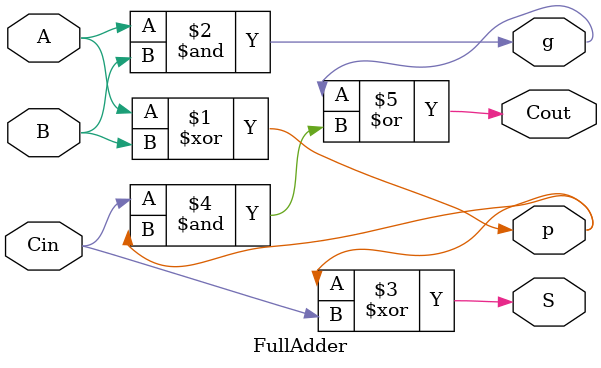
<source format=v>
`timescale 1ns / 1ps

module FullAdder(
input A,		// A in
input B,		// B in
input Cin,	// Carry / Borrrow in
output S,	// Sum / Difference bit
output Cout,// Carry / Borrow bit
output g,	// Carry / Borrow generate
output p		// Carry / Borrow propagate
);

assign p = A ^ B;
assign g = A & B;
assign S = p ^ Cin;
assign Cout = g|(Cin&p);

endmodule

</source>
